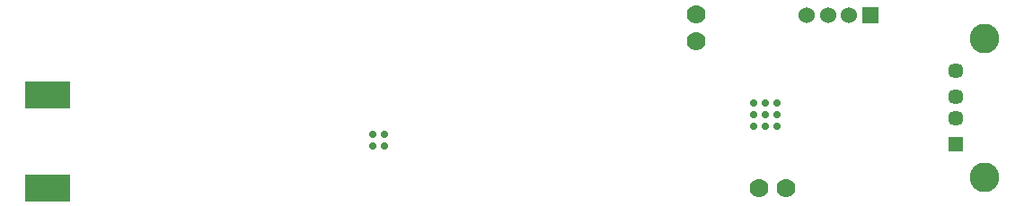
<source format=gbr>
%TF.GenerationSoftware,Altium Limited,Altium Designer,23.11.1 (41)*%
G04 Layer_Color=16711935*
%FSLAX45Y45*%
%MOMM*%
%TF.SameCoordinates,5A3C93BB-BC46-40EA-83D2-B686983C8B64*%
%TF.FilePolarity,Negative*%
%TF.FileFunction,Soldermask,Bot*%
%TF.Part,Single*%
G01*
G75*
%TA.AperFunction,ComponentPad*%
%ADD62C,1.77800*%
%ADD63C,2.80000*%
%ADD64C,1.45000*%
%ADD65R,1.45000X1.45000*%
%ADD66C,1.52400*%
%ADD67R,1.52400X1.52400*%
%TA.AperFunction,ViaPad*%
%ADD69C,0.70000*%
%TA.AperFunction,ComponentPad*%
%ADD84R,4.30000X2.51300*%
D62*
X6362500Y5302500D02*
D03*
Y5048500D02*
D03*
X7202500Y3662500D02*
D03*
X6948500D02*
D03*
D63*
X9081000Y5077000D02*
D03*
Y3763000D02*
D03*
D64*
X8810000Y4520001D02*
D03*
Y4320000D02*
D03*
Y4770000D02*
D03*
D65*
Y4070000D02*
D03*
D66*
X7800000Y5295000D02*
D03*
X7400000D02*
D03*
X7600000D02*
D03*
D67*
X8000000D02*
D03*
D69*
X7125000Y4245000D02*
D03*
X7015000D02*
D03*
X6905000D02*
D03*
X7125000Y4355000D02*
D03*
X7015000D02*
D03*
X6905000D02*
D03*
X7125000Y4465000D02*
D03*
X7015000D02*
D03*
X6905000D02*
D03*
X3425000Y4165000D02*
D03*
Y4055000D02*
D03*
X3315000Y4165000D02*
D03*
Y4055000D02*
D03*
D84*
X242500Y3662000D02*
D03*
Y4538000D02*
D03*
%TF.MD5,e6663ee225a56f9f7cf5abeaf71f8d51*%
M02*

</source>
